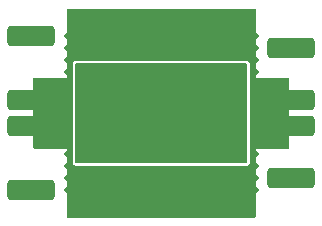
<source format=gbl>
G04 #@! TF.GenerationSoftware,KiCad,Pcbnew,8.0.3-8.0.3-0~ubuntu22.04.1*
G04 #@! TF.CreationDate,2024-07-06T17:23:21+03:00*
G04 #@! TF.ProjectId,Directional_Coupler,44697265-6374-4696-9f6e-616c5f436f75,A0*
G04 #@! TF.SameCoordinates,Original*
G04 #@! TF.FileFunction,Copper,L2,Bot*
G04 #@! TF.FilePolarity,Positive*
%FSLAX46Y46*%
G04 Gerber Fmt 4.6, Leading zero omitted, Abs format (unit mm)*
G04 Created by KiCad (PCBNEW 8.0.3-8.0.3-0~ubuntu22.04.1) date 2024-07-06 17:23:21*
%MOMM*%
%LPD*%
G01*
G04 APERTURE LIST*
G04 Aperture macros list*
%AMRoundRect*
0 Rectangle with rounded corners*
0 $1 Rounding radius*
0 $2 $3 $4 $5 $6 $7 $8 $9 X,Y pos of 4 corners*
0 Add a 4 corners polygon primitive as box body*
4,1,4,$2,$3,$4,$5,$6,$7,$8,$9,$2,$3,0*
0 Add four circle primitives for the rounded corners*
1,1,$1+$1,$2,$3*
1,1,$1+$1,$4,$5*
1,1,$1+$1,$6,$7*
1,1,$1+$1,$8,$9*
0 Add four rect primitives between the rounded corners*
20,1,$1+$1,$2,$3,$4,$5,0*
20,1,$1+$1,$4,$5,$6,$7,0*
20,1,$1+$1,$6,$7,$8,$9,0*
20,1,$1+$1,$8,$9,$2,$3,0*%
G04 Aperture macros list end*
G04 #@! TA.AperFunction,EtchedComponent*
%ADD10C,0.200000*%
G04 #@! TD*
G04 #@! TA.AperFunction,HeatsinkPad*
%ADD11C,0.500000*%
G04 #@! TD*
G04 #@! TA.AperFunction,CastellatedPad*
%ADD12RoundRect,0.274194X-1.725806X-0.575806X1.725806X-0.575806X1.725806X0.575806X-1.725806X0.575806X0*%
G04 #@! TD*
G04 #@! TA.AperFunction,ViaPad*
%ADD13C,0.500000*%
G04 #@! TD*
G04 APERTURE END LIST*
D10*
X91800000Y-45350000D02*
X106200000Y-45350000D01*
X106200000Y-53650000D01*
X91800000Y-53650000D01*
X91800000Y-45350000D01*
G04 #@! TA.AperFunction,EtchedComponent*
G36*
X91800000Y-45350000D02*
G01*
X106200000Y-45350000D01*
X106200000Y-53650000D01*
X91800000Y-53650000D01*
X91800000Y-45350000D01*
G37*
G04 #@! TD.AperFunction*
D11*
X92500000Y-46450000D03*
X92500000Y-48000000D03*
X92500000Y-49500000D03*
X92500000Y-51050000D03*
X92500000Y-52550000D03*
X93150000Y-45700000D03*
X93150000Y-47200000D03*
X93150000Y-48750000D03*
X93150000Y-50250000D03*
X93150000Y-51800000D03*
X93150000Y-53300000D03*
X93800000Y-46450000D03*
X93800000Y-48000000D03*
X93800000Y-49500000D03*
X93800000Y-51050000D03*
X93800000Y-52550000D03*
X94450000Y-45700000D03*
X94450000Y-47200000D03*
X94450000Y-48750000D03*
X94450000Y-50250000D03*
X94450000Y-51800000D03*
X94450000Y-53300000D03*
X95100000Y-46450000D03*
X95100000Y-48000000D03*
X95100000Y-49500000D03*
X95100000Y-51050000D03*
X95100000Y-52550000D03*
X95700000Y-45700000D03*
X95700000Y-47200000D03*
X95700000Y-48750000D03*
X95700000Y-50250000D03*
X95700000Y-51800000D03*
X95700000Y-53300000D03*
X96350000Y-46450000D03*
X96350000Y-48000000D03*
X96350000Y-49500000D03*
X96350000Y-51050000D03*
X96350000Y-52550000D03*
X97000000Y-45700000D03*
X97000000Y-47200000D03*
X97000000Y-48750000D03*
X97000000Y-50250000D03*
X97000000Y-51800000D03*
X97000000Y-53300000D03*
X97650000Y-46450000D03*
X97650000Y-48000000D03*
X97650000Y-49500000D03*
X97650000Y-51050000D03*
X97650000Y-52550000D03*
X98300000Y-45700000D03*
X98300000Y-47200000D03*
X98300000Y-48750000D03*
X98300000Y-50250000D03*
X98300000Y-51800000D03*
X98300000Y-53300000D03*
X99000000Y-46450000D03*
X99000000Y-48000000D03*
X99000000Y-49500000D03*
X99000000Y-51050000D03*
X99000000Y-52550000D03*
X99650000Y-45700000D03*
X99650000Y-47200000D03*
X99650000Y-48750000D03*
X99650000Y-50250000D03*
X99650000Y-51800000D03*
X99650000Y-53300000D03*
X100300000Y-46450000D03*
X100300000Y-48000000D03*
X100300000Y-49500000D03*
X100300000Y-51050000D03*
X100300000Y-52550000D03*
X100950000Y-45700000D03*
X100950000Y-47200000D03*
X100950000Y-48750000D03*
X100950000Y-50250000D03*
X100950000Y-51800000D03*
X100950000Y-53300000D03*
X101600000Y-46450000D03*
X101600000Y-48000000D03*
X101600000Y-49500000D03*
X101600000Y-51050000D03*
X101600000Y-52550000D03*
X102250000Y-45700000D03*
X102250000Y-47200000D03*
X102250000Y-48750000D03*
X102250000Y-50250000D03*
X102250000Y-51800000D03*
X102250000Y-53300000D03*
X102850000Y-46450000D03*
X102850000Y-48000000D03*
X102850000Y-49500000D03*
X102850000Y-51050000D03*
X102850000Y-52550000D03*
X103500000Y-45700000D03*
X103500000Y-47200000D03*
X103500000Y-48750000D03*
X103500000Y-50250000D03*
X103500000Y-51800000D03*
X103500000Y-53300000D03*
X104150000Y-46450000D03*
X104150000Y-48000000D03*
X104150000Y-49500000D03*
X104150000Y-51050000D03*
X104150000Y-52550000D03*
X104800000Y-45700000D03*
X104800000Y-47200000D03*
X104800000Y-48750000D03*
X104800000Y-50250000D03*
X104800000Y-51800000D03*
X104800000Y-53300000D03*
X105450000Y-46450000D03*
X105450000Y-48000000D03*
X105450000Y-49500000D03*
X105450000Y-51050000D03*
X105450000Y-52550000D03*
D12*
X110000000Y-55000000D03*
X88000000Y-43000000D03*
X88000000Y-56000000D03*
X88000000Y-48400000D03*
X88000000Y-50600000D03*
X110000000Y-48400000D03*
X110000000Y-50600000D03*
X110000000Y-44000000D03*
D13*
X93000000Y-57500000D03*
X101000000Y-56000000D03*
X91000000Y-53000000D03*
X100000000Y-56000000D03*
X94000000Y-41500000D03*
X101000000Y-41500000D03*
X103000000Y-43000000D03*
X92500000Y-56750000D03*
X105500000Y-42250000D03*
X101000000Y-43000000D03*
X91000000Y-52000000D03*
X97000000Y-41500000D03*
X97000000Y-43000000D03*
X95000000Y-41500000D03*
X95500000Y-56750000D03*
X105000000Y-57500000D03*
X97000000Y-57500000D03*
X94000000Y-43000000D03*
X100000000Y-43000000D03*
X105000000Y-56000000D03*
X105500000Y-56750000D03*
X96000000Y-43000000D03*
X91000000Y-45000000D03*
X96000000Y-57500000D03*
X102500000Y-42250000D03*
X91000000Y-48000000D03*
X103000000Y-41500000D03*
X96000000Y-56000000D03*
X89750000Y-52000000D03*
X104000000Y-57500000D03*
X106000000Y-43000000D03*
X106000000Y-57500000D03*
X91500000Y-42250000D03*
X99000000Y-43000000D03*
X92000000Y-44500000D03*
X99500000Y-56750000D03*
X104000000Y-56000000D03*
X102000000Y-56000000D03*
X107000000Y-49000000D03*
X103000000Y-56000000D03*
X102000000Y-57500000D03*
X106000000Y-54500000D03*
X107000000Y-53000000D03*
X106500000Y-42250000D03*
X103000000Y-57500000D03*
X106000000Y-41500000D03*
X100000000Y-41500000D03*
X101500000Y-56750000D03*
X91000000Y-46000000D03*
X91000000Y-50000000D03*
X94000000Y-57500000D03*
X96500000Y-42250000D03*
X98500000Y-56750000D03*
X93000000Y-41500000D03*
X107000000Y-52000000D03*
X95000000Y-57500000D03*
X101500000Y-42250000D03*
X91000000Y-55000000D03*
X98000000Y-56000000D03*
X97500000Y-42250000D03*
X91500000Y-56750000D03*
X92000000Y-56000000D03*
X92000000Y-43000000D03*
X97000000Y-56000000D03*
X98000000Y-43000000D03*
X103500000Y-56750000D03*
X98000000Y-41500000D03*
X94500000Y-42250000D03*
X101000000Y-57500000D03*
X95000000Y-56000000D03*
X102000000Y-41500000D03*
X99000000Y-41500000D03*
X107000000Y-56000000D03*
X93500000Y-42250000D03*
X105000000Y-43000000D03*
X107000000Y-51000000D03*
X91000000Y-47000000D03*
X102000000Y-43000000D03*
X99500000Y-42250000D03*
X96000000Y-41500000D03*
X102500000Y-56750000D03*
X94000000Y-56000000D03*
X89750000Y-47000000D03*
X108250000Y-47000000D03*
X88500000Y-47000000D03*
X97500000Y-56750000D03*
X99000000Y-56000000D03*
X91000000Y-54000000D03*
X92000000Y-55250000D03*
X99000000Y-57500000D03*
X103500000Y-42250000D03*
X104500000Y-56750000D03*
X92000000Y-41500000D03*
X92000000Y-43750000D03*
X105000000Y-41500000D03*
X106000000Y-44500000D03*
X108250000Y-52000000D03*
X109500000Y-47000000D03*
X95000000Y-43000000D03*
X106000000Y-55250000D03*
X104000000Y-43000000D03*
X106500000Y-56750000D03*
X106000000Y-43750000D03*
X107000000Y-55000000D03*
X107000000Y-46000000D03*
X104000000Y-41500000D03*
X100000000Y-57500000D03*
X98000000Y-57500000D03*
X107000000Y-48000000D03*
X91000000Y-43000000D03*
X93000000Y-56000000D03*
X107000000Y-45000000D03*
X109500000Y-52000000D03*
X100500000Y-56750000D03*
X100500000Y-42250000D03*
X91000000Y-49000000D03*
X98500000Y-42250000D03*
X106000000Y-56000000D03*
X93500000Y-56750000D03*
X107000000Y-44000000D03*
X92000000Y-54500000D03*
X96500000Y-56750000D03*
X107000000Y-47000000D03*
X91000000Y-51000000D03*
X91000000Y-44000000D03*
X95500000Y-42250000D03*
X91000000Y-56000000D03*
X92500000Y-42250000D03*
X92000000Y-57500000D03*
X93000000Y-43000000D03*
X104500000Y-42250000D03*
X88500000Y-52000000D03*
X107000000Y-43000000D03*
X107000000Y-50000000D03*
X94500000Y-56750000D03*
X107000000Y-54000000D03*
G04 #@! TA.AperFunction,Conductor*
G36*
X106959191Y-40669407D02*
G01*
X106995155Y-40718907D01*
X107000000Y-40749500D01*
X107000000Y-46500000D01*
X109750500Y-46500000D01*
X109808691Y-46518907D01*
X109844655Y-46568407D01*
X109849500Y-46599000D01*
X109849500Y-52401000D01*
X109830593Y-52459191D01*
X109781093Y-52495155D01*
X109750500Y-52500000D01*
X107000000Y-52500000D01*
X107000000Y-52500001D01*
X107000000Y-58250500D01*
X106981093Y-58308691D01*
X106931593Y-58344655D01*
X106901000Y-58349500D01*
X91099000Y-58349500D01*
X91040809Y-58330593D01*
X91004845Y-58281093D01*
X91000000Y-58250500D01*
X91000000Y-52500001D01*
X91000000Y-52500000D01*
X90999999Y-52500000D01*
X88249500Y-52500000D01*
X88191309Y-52481093D01*
X88155345Y-52431593D01*
X88150500Y-52401000D01*
X88150500Y-46599000D01*
X88169407Y-46540809D01*
X88218907Y-46504845D01*
X88249500Y-46500000D01*
X90999999Y-46500000D01*
X91000000Y-46500000D01*
X91000000Y-45310435D01*
X91499500Y-45310435D01*
X91499500Y-53689564D01*
X91519978Y-53765988D01*
X91519980Y-53765992D01*
X91559538Y-53834508D01*
X91559540Y-53834511D01*
X91615489Y-53890460D01*
X91615491Y-53890461D01*
X91684007Y-53930019D01*
X91684011Y-53930021D01*
X91760435Y-53950499D01*
X91760437Y-53950500D01*
X91760438Y-53950500D01*
X106239563Y-53950500D01*
X106239563Y-53950499D01*
X106315989Y-53930021D01*
X106384511Y-53890460D01*
X106440460Y-53834511D01*
X106480021Y-53765989D01*
X106500500Y-53689562D01*
X106500500Y-45310438D01*
X106480021Y-45234011D01*
X106440460Y-45165489D01*
X106384511Y-45109540D01*
X106384508Y-45109538D01*
X106315992Y-45069980D01*
X106315988Y-45069978D01*
X106239564Y-45049500D01*
X106239562Y-45049500D01*
X91839562Y-45049500D01*
X91760438Y-45049500D01*
X91760435Y-45049500D01*
X91684011Y-45069978D01*
X91684007Y-45069980D01*
X91615491Y-45109538D01*
X91559538Y-45165491D01*
X91519980Y-45234007D01*
X91519978Y-45234011D01*
X91499500Y-45310435D01*
X91000000Y-45310435D01*
X91000000Y-40749500D01*
X91018907Y-40691309D01*
X91068407Y-40655345D01*
X91099000Y-40650500D01*
X106901000Y-40650500D01*
X106959191Y-40669407D01*
G37*
G04 #@! TD.AperFunction*
M02*

</source>
